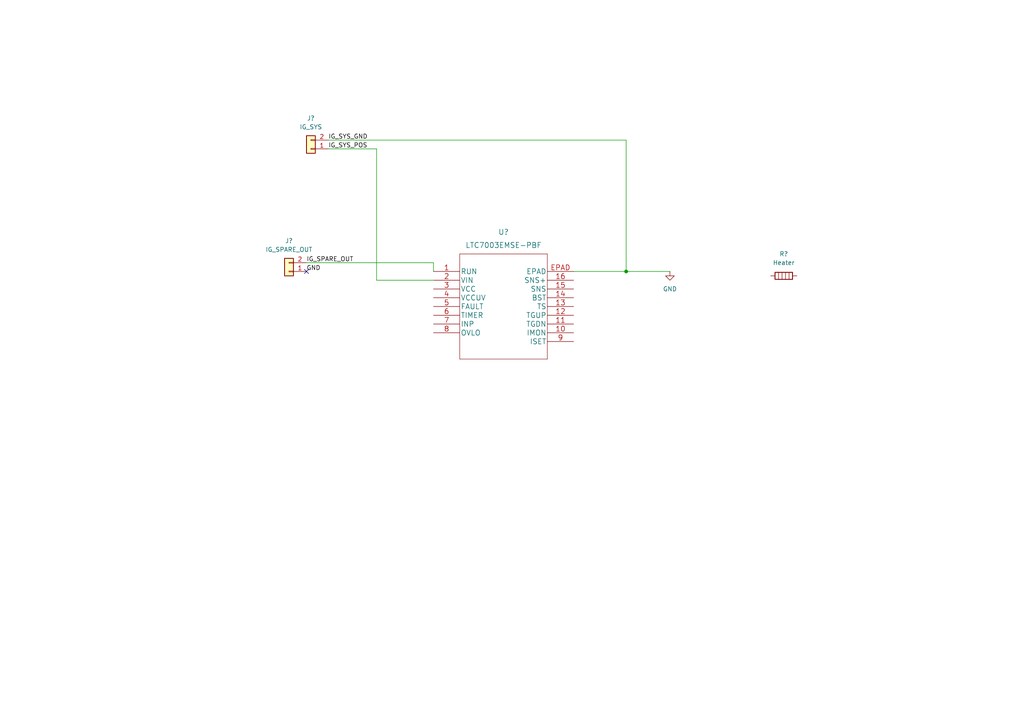
<source format=kicad_sch>
(kicad_sch (version 20211123) (generator eeschema)
  (paper "A4")
  (lib_symbols
    (symbol "AuxHeaterDriver:LTC7003EMSE-PBF" (pin_names (offset 0.254))
      (property "Reference" "U" (at 20.32 10.16 0))
      (property "Value" "LTC7003EMSE-PBF" (at 20.32 7.62 0))
      (symbol "LTC7003EMSE-PBF_1_1"
        (polyline (pts (xy 7.62 -25.4) (xy 33.02 -25.4)) (stroke (width 0.127)))
        (polyline (pts (xy 7.62 5.08) (xy 7.62 -25.4)) (stroke (width 0.127)))
        (polyline (pts (xy 33.02 -25.4) (xy 33.02 5.08)) (stroke (width 0.127)))
        (polyline (pts (xy 33.02 5.08) (xy 7.62 5.08)) (stroke (width 0.127)))
        (pin unspecified line (at 0 0 0) (length 7.62) (name "RUN") (number "1"))
        (pin unspecified line (at 40.64 -17.78 180) (length 7.62) (name "IMON") (number "10"))
        (pin unspecified line (at 40.64 -15.24 180) (length 7.62) (name "TGDN") (number "11"))
        (pin unspecified line (at 40.64 -12.7 180) (length 7.62) (name "TGUP") (number "12"))
        (pin unspecified line (at 40.64 -10.16 180) (length 7.62) (name "TS") (number "13"))
        (pin unspecified line (at 40.64 -7.62 180) (length 7.62) (name "BST") (number "14"))
        (pin unspecified line (at 40.64 -5.08 180) (length 7.62) (name "SNS") (number "15"))
        (pin unspecified line (at 40.64 -2.54 180) (length 7.62) (name "SNS+") (number "16"))
        (pin unspecified line (at 0 -2.54 0) (length 7.62) (name "VIN") (number "2"))
        (pin power_in line (at 0 -5.08 0) (length 7.62) (name "VCC") (number "3"))
        (pin power_in line (at 0 -7.62 0) (length 7.62) (name "VCCUV") (number "4"))
        (pin unspecified line (at 0 -10.16 0) (length 7.62) (name "FAULT") (number "5"))
        (pin unspecified line (at 0 -12.7 0) (length 7.62) (name "TIMER") (number "6"))
        (pin unspecified line (at 0 -15.24 0) (length 7.62) (name "INP") (number "7"))
        (pin unspecified line (at 0 -17.78 0) (length 7.62) (name "OVLO") (number "8"))
        (pin unspecified line (at 40.64 -20.32 180) (length 7.62) (name "ISET") (number "9"))
        (pin unspecified line (at 40.64 0 180) (length 7.62) (name "EPAD") (number "EPAD"))
      )
    )
    (symbol "Connector_Generic:Conn_01x02" (pin_names (offset 1.016) hide)
      (property "Reference" "J" (at 0 2.54 0))
      (property "Value" "Conn_01x02" (at 0 -5.08 0))
      (symbol "Conn_01x02_1_1"
        (rectangle (start -1.27 -2.413) (end 0 -2.667) (stroke (width 0.1524)))
        (rectangle (start -1.27 0.127) (end 0 -0.127) (stroke (width 0.1524)))
        (rectangle (start -1.27 1.27) (end 1.27 -3.81) (stroke (width 0.254)) (fill (type background)))
        (pin passive line (at -5.08 0 0) (length 3.81) (name "Pin_1") (number "1"))
        (pin passive line (at -5.08 -2.54 0) (length 3.81) (name "Pin_2") (number "2"))
      )
    )
    (symbol "Device:Heater" (pin_numbers hide) (pin_names (offset 0))
      (property "Reference" "R" (at 2.032 0 90))
      (property "Value" "Heater" (at -2.032 0 90))
      (symbol "Heater_0_1"
        (rectangle (start -1.016 -2.54) (end 1.016 2.54) (stroke (width 0.254)))
        (polyline (pts (xy -1.016 1.524) (xy 1.016 1.524)))
        (polyline (pts (xy 1.016 -1.524) (xy -1.016 -1.524)))
        (polyline (pts (xy 1.016 -0.508) (xy -1.016 -0.508)))
        (polyline (pts (xy 1.016 0.508) (xy -1.016 0.508)))
      )
      (symbol "Heater_1_1"
        (pin passive line (at 0 3.81 270) (length 1.27) (name "~") (number "1"))
        (pin passive line (at 0 -3.81 90) (length 1.27) (name "~") (number "2"))
      )
    )
    (symbol "power:GND" (power) (pin_names (offset 0))
      (property "Value" "GND" (at 0 -3.81 0))
      (symbol "GND_0_1"
        (polyline (pts (xy 0 0) (xy 0 -1.27) (xy 1.27 -1.27) (xy 0 -2.54) (xy -1.27 -1.27) (xy 0 -1.27)))
      )
      (symbol "GND_1_1"
        (pin power_in line (at 0 0 270) (length 0) hide (name "GND") (number "1"))
      )
    )
  )
  (junction (at 181.61 78.74))
  (no_connect (at 88.9 78.74))
  (wire (pts (xy 109.22 81.28) (xy 125.73 81.28)))
  (wire (pts (xy 95.25 43.18) (xy 109.22 43.18)))
  (wire (pts (xy 88.9 76.2) (xy 125.73 76.2)))
  (wire (pts (xy 109.22 43.18) (xy 109.22 81.28)))
  (wire (pts (xy 125.73 76.2) (xy 125.73 78.74)))
  (wire (pts (xy 181.61 78.74) (xy 194.31 78.74)))
  (wire (pts (xy 181.61 40.64) (xy 181.61 78.74)))
  (wire (pts (xy 166.37 78.74) (xy 181.61 78.74)))
  (wire (pts (xy 95.25 40.64) (xy 181.61 40.64)))
  (label "IG_SPARE_OUT" (at 88.9 76.2 0))
  (label "IG_SYS_GND" (at 95.25 40.64 0))
  (label "GND" (at 88.9 78.74 0))
  (label "IG_SYS_POS" (at 95.25 43.18 0))
  (symbol (lib_id "Connector_Generic:Conn_01x02") (at 90.17 43.18 180) (unit 1)
    (property "Reference" "J?" (at 90.17 34.29 0))
    (property "Value" "IG_SYS" (at 90.17 36.83 0))
  )
  (symbol (lib_id "Device:Heater") (at 227.33 80.01 90) (unit 1)
    (property "Reference" "R?" (at 227.33 73.66 90))
    (property "Value" "Heater" (at 227.33 76.2 90))
  )
  (symbol (lib_id "Connector_Generic:Conn_01x02") (at 83.82 78.74 180) (unit 1)
    (property "Reference" "J?" (at 83.82 69.85 0))
    (property "Value" "IG_SPARE_OUT" (at 83.82 72.39 0))
  )
  (symbol (lib_id "power:GND") (at 194.31 78.74 0) (unit 1)
    (property "Reference" "#PWR?" (effects hide))
    (property "Value" "GND" (at 194.31 83.82 0))
  )
  (symbol (lib_id "AuxHeaterDriver:LTC7003EMSE-PBF") (at 125.73 78.74 0) (unit 1)
    (property "Reference" "U?" (at 146.05 67.31 0) (effects (font (size 1.524 1.524))))
    (property "Value" "LTC7003EMSE-PBF" (at 146.05 71.12 0) (effects (font (size 1.524 1.524))))
    (property "Footprint" "MSE_16_ADI" (effects hide))
  )
)
</source>
